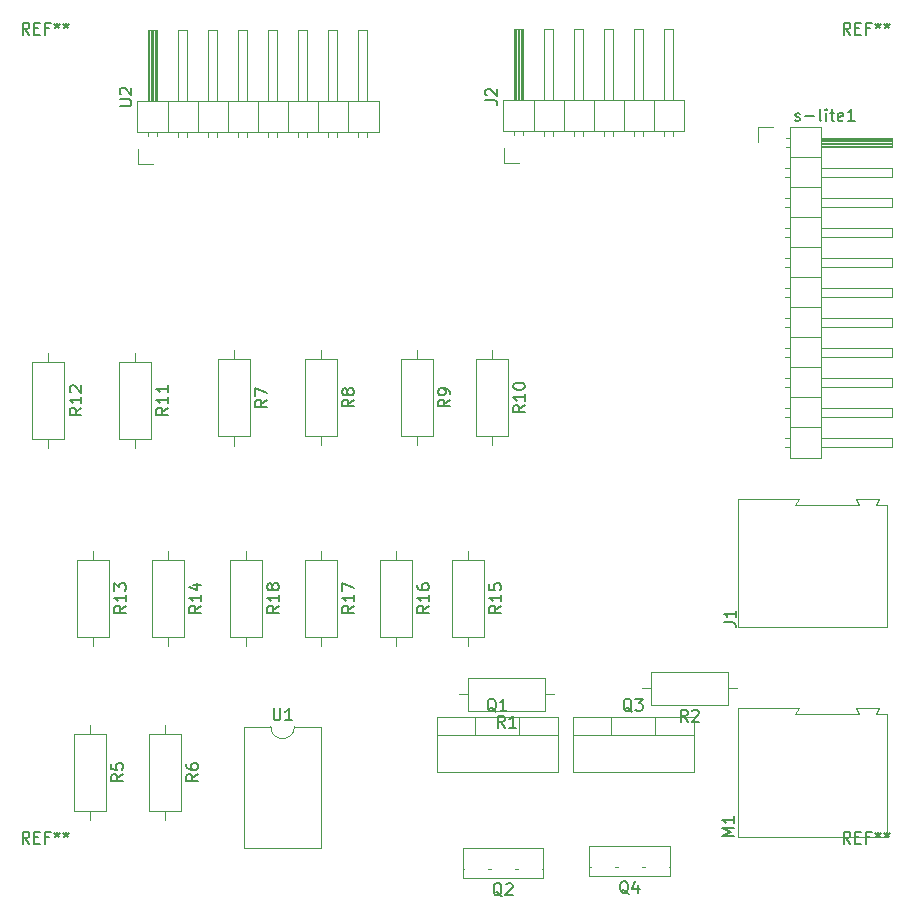
<source format=gbr>
%TF.GenerationSoftware,KiCad,Pcbnew,6.0.4*%
%TF.CreationDate,2022-04-27T14:32:22+02:00*%
%TF.ProjectId,Antenna-controller,416e7465-6e6e-4612-9d63-6f6e74726f6c,rev?*%
%TF.SameCoordinates,Original*%
%TF.FileFunction,Legend,Top*%
%TF.FilePolarity,Positive*%
%FSLAX46Y46*%
G04 Gerber Fmt 4.6, Leading zero omitted, Abs format (unit mm)*
G04 Created by KiCad (PCBNEW 6.0.4) date 2022-04-27 14:32:22*
%MOMM*%
%LPD*%
G01*
G04 APERTURE LIST*
%ADD10C,0.150000*%
%ADD11C,0.120000*%
G04 APERTURE END LIST*
D10*
%TO.C,R13*%
X131346380Y-95130857D02*
X130870190Y-95464190D01*
X131346380Y-95702285D02*
X130346380Y-95702285D01*
X130346380Y-95321333D01*
X130394000Y-95226095D01*
X130441619Y-95178476D01*
X130536857Y-95130857D01*
X130679714Y-95130857D01*
X130774952Y-95178476D01*
X130822571Y-95226095D01*
X130870190Y-95321333D01*
X130870190Y-95702285D01*
X131346380Y-94178476D02*
X131346380Y-94749904D01*
X131346380Y-94464190D02*
X130346380Y-94464190D01*
X130489238Y-94559428D01*
X130584476Y-94654666D01*
X130632095Y-94749904D01*
X130346380Y-93845142D02*
X130346380Y-93226095D01*
X130727333Y-93559428D01*
X130727333Y-93416571D01*
X130774952Y-93321333D01*
X130822571Y-93273714D01*
X130917809Y-93226095D01*
X131155904Y-93226095D01*
X131251142Y-93273714D01*
X131298761Y-93321333D01*
X131346380Y-93416571D01*
X131346380Y-93702285D01*
X131298761Y-93797523D01*
X131251142Y-93845142D01*
%TO.C,R11*%
X134902380Y-78366857D02*
X134426190Y-78700190D01*
X134902380Y-78938285D02*
X133902380Y-78938285D01*
X133902380Y-78557333D01*
X133950000Y-78462095D01*
X133997619Y-78414476D01*
X134092857Y-78366857D01*
X134235714Y-78366857D01*
X134330952Y-78414476D01*
X134378571Y-78462095D01*
X134426190Y-78557333D01*
X134426190Y-78938285D01*
X134902380Y-77414476D02*
X134902380Y-77985904D01*
X134902380Y-77700190D02*
X133902380Y-77700190D01*
X134045238Y-77795428D01*
X134140476Y-77890666D01*
X134188095Y-77985904D01*
X134902380Y-76462095D02*
X134902380Y-77033523D01*
X134902380Y-76747809D02*
X133902380Y-76747809D01*
X134045238Y-76843047D01*
X134140476Y-76938285D01*
X134188095Y-77033523D01*
%TO.C,Q4*%
X173890761Y-119523619D02*
X173795523Y-119476000D01*
X173700285Y-119380761D01*
X173557428Y-119237904D01*
X173462190Y-119190285D01*
X173366952Y-119190285D01*
X173414571Y-119428380D02*
X173319333Y-119380761D01*
X173224095Y-119285523D01*
X173176476Y-119095047D01*
X173176476Y-118761714D01*
X173224095Y-118571238D01*
X173319333Y-118476000D01*
X173414571Y-118428380D01*
X173605047Y-118428380D01*
X173700285Y-118476000D01*
X173795523Y-118571238D01*
X173843142Y-118761714D01*
X173843142Y-119095047D01*
X173795523Y-119285523D01*
X173700285Y-119380761D01*
X173605047Y-119428380D01*
X173414571Y-119428380D01*
X174700285Y-118761714D02*
X174700285Y-119428380D01*
X174462190Y-118380761D02*
X174224095Y-119095047D01*
X174843142Y-119095047D01*
%TO.C,Q3*%
X174180761Y-104093619D02*
X174085523Y-104046000D01*
X173990285Y-103950761D01*
X173847428Y-103807904D01*
X173752190Y-103760285D01*
X173656952Y-103760285D01*
X173704571Y-103998380D02*
X173609333Y-103950761D01*
X173514095Y-103855523D01*
X173466476Y-103665047D01*
X173466476Y-103331714D01*
X173514095Y-103141238D01*
X173609333Y-103046000D01*
X173704571Y-102998380D01*
X173895047Y-102998380D01*
X173990285Y-103046000D01*
X174085523Y-103141238D01*
X174133142Y-103331714D01*
X174133142Y-103665047D01*
X174085523Y-103855523D01*
X173990285Y-103950761D01*
X173895047Y-103998380D01*
X173704571Y-103998380D01*
X174466476Y-102998380D02*
X175085523Y-102998380D01*
X174752190Y-103379333D01*
X174895047Y-103379333D01*
X174990285Y-103426952D01*
X175037904Y-103474571D01*
X175085523Y-103569809D01*
X175085523Y-103807904D01*
X175037904Y-103903142D01*
X174990285Y-103950761D01*
X174895047Y-103998380D01*
X174609333Y-103998380D01*
X174514095Y-103950761D01*
X174466476Y-103903142D01*
%TO.C,Q2*%
X163180761Y-119708619D02*
X163085523Y-119661000D01*
X162990285Y-119565761D01*
X162847428Y-119422904D01*
X162752190Y-119375285D01*
X162656952Y-119375285D01*
X162704571Y-119613380D02*
X162609333Y-119565761D01*
X162514095Y-119470523D01*
X162466476Y-119280047D01*
X162466476Y-118946714D01*
X162514095Y-118756238D01*
X162609333Y-118661000D01*
X162704571Y-118613380D01*
X162895047Y-118613380D01*
X162990285Y-118661000D01*
X163085523Y-118756238D01*
X163133142Y-118946714D01*
X163133142Y-119280047D01*
X163085523Y-119470523D01*
X162990285Y-119565761D01*
X162895047Y-119613380D01*
X162704571Y-119613380D01*
X163514095Y-118708619D02*
X163561714Y-118661000D01*
X163656952Y-118613380D01*
X163895047Y-118613380D01*
X163990285Y-118661000D01*
X164037904Y-118708619D01*
X164085523Y-118803857D01*
X164085523Y-118899095D01*
X164037904Y-119041952D01*
X163466476Y-119613380D01*
X164085523Y-119613380D01*
%TO.C,Q1*%
X162680761Y-104093619D02*
X162585523Y-104046000D01*
X162490285Y-103950761D01*
X162347428Y-103807904D01*
X162252190Y-103760285D01*
X162156952Y-103760285D01*
X162204571Y-103998380D02*
X162109333Y-103950761D01*
X162014095Y-103855523D01*
X161966476Y-103665047D01*
X161966476Y-103331714D01*
X162014095Y-103141238D01*
X162109333Y-103046000D01*
X162204571Y-102998380D01*
X162395047Y-102998380D01*
X162490285Y-103046000D01*
X162585523Y-103141238D01*
X162633142Y-103331714D01*
X162633142Y-103665047D01*
X162585523Y-103855523D01*
X162490285Y-103950761D01*
X162395047Y-103998380D01*
X162204571Y-103998380D01*
X163585523Y-103998380D02*
X163014095Y-103998380D01*
X163299809Y-103998380D02*
X163299809Y-102998380D01*
X163204571Y-103141238D01*
X163109333Y-103236476D01*
X163014095Y-103284095D01*
%TO.C,R12*%
X127560380Y-78366857D02*
X127084190Y-78700190D01*
X127560380Y-78938285D02*
X126560380Y-78938285D01*
X126560380Y-78557333D01*
X126608000Y-78462095D01*
X126655619Y-78414476D01*
X126750857Y-78366857D01*
X126893714Y-78366857D01*
X126988952Y-78414476D01*
X127036571Y-78462095D01*
X127084190Y-78557333D01*
X127084190Y-78938285D01*
X127560380Y-77414476D02*
X127560380Y-77985904D01*
X127560380Y-77700190D02*
X126560380Y-77700190D01*
X126703238Y-77795428D01*
X126798476Y-77890666D01*
X126846095Y-77985904D01*
X126655619Y-77033523D02*
X126608000Y-76985904D01*
X126560380Y-76890666D01*
X126560380Y-76652571D01*
X126608000Y-76557333D01*
X126655619Y-76509714D01*
X126750857Y-76462095D01*
X126846095Y-76462095D01*
X126988952Y-76509714D01*
X127560380Y-77081142D01*
X127560380Y-76462095D01*
%TO.C,R15*%
X163096380Y-95130857D02*
X162620190Y-95464190D01*
X163096380Y-95702285D02*
X162096380Y-95702285D01*
X162096380Y-95321333D01*
X162144000Y-95226095D01*
X162191619Y-95178476D01*
X162286857Y-95130857D01*
X162429714Y-95130857D01*
X162524952Y-95178476D01*
X162572571Y-95226095D01*
X162620190Y-95321333D01*
X162620190Y-95702285D01*
X163096380Y-94178476D02*
X163096380Y-94749904D01*
X163096380Y-94464190D02*
X162096380Y-94464190D01*
X162239238Y-94559428D01*
X162334476Y-94654666D01*
X162382095Y-94749904D01*
X162096380Y-93273714D02*
X162096380Y-93749904D01*
X162572571Y-93797523D01*
X162524952Y-93749904D01*
X162477333Y-93654666D01*
X162477333Y-93416571D01*
X162524952Y-93321333D01*
X162572571Y-93273714D01*
X162667809Y-93226095D01*
X162905904Y-93226095D01*
X163001142Y-93273714D01*
X163048761Y-93321333D01*
X163096380Y-93416571D01*
X163096380Y-93654666D01*
X163048761Y-93749904D01*
X163001142Y-93797523D01*
%TO.C,U1*%
X143835595Y-103812380D02*
X143835595Y-104621904D01*
X143883214Y-104717142D01*
X143930833Y-104764761D01*
X144026071Y-104812380D01*
X144216547Y-104812380D01*
X144311785Y-104764761D01*
X144359404Y-104717142D01*
X144407023Y-104621904D01*
X144407023Y-103812380D01*
X145407023Y-104812380D02*
X144835595Y-104812380D01*
X145121309Y-104812380D02*
X145121309Y-103812380D01*
X145026071Y-103955238D01*
X144930833Y-104050476D01*
X144835595Y-104098095D01*
%TO.C,M1*%
X182840380Y-114601523D02*
X181840380Y-114601523D01*
X182554666Y-114268190D01*
X181840380Y-113934857D01*
X182840380Y-113934857D01*
X182840380Y-112934857D02*
X182840380Y-113506285D01*
X182840380Y-113220571D02*
X181840380Y-113220571D01*
X181983238Y-113315809D01*
X182078476Y-113411047D01*
X182126095Y-113506285D01*
%TO.C,REF\u002A\u002A*%
X123166666Y-46752380D02*
X122833333Y-46276190D01*
X122595238Y-46752380D02*
X122595238Y-45752380D01*
X122976190Y-45752380D01*
X123071428Y-45800000D01*
X123119047Y-45847619D01*
X123166666Y-45942857D01*
X123166666Y-46085714D01*
X123119047Y-46180952D01*
X123071428Y-46228571D01*
X122976190Y-46276190D01*
X122595238Y-46276190D01*
X123595238Y-46228571D02*
X123928571Y-46228571D01*
X124071428Y-46752380D02*
X123595238Y-46752380D01*
X123595238Y-45752380D01*
X124071428Y-45752380D01*
X124833333Y-46228571D02*
X124500000Y-46228571D01*
X124500000Y-46752380D02*
X124500000Y-45752380D01*
X124976190Y-45752380D01*
X125500000Y-45752380D02*
X125500000Y-45990476D01*
X125261904Y-45895238D02*
X125500000Y-45990476D01*
X125738095Y-45895238D01*
X125357142Y-46180952D02*
X125500000Y-45990476D01*
X125642857Y-46180952D01*
X126261904Y-45752380D02*
X126261904Y-45990476D01*
X126023809Y-45895238D02*
X126261904Y-45990476D01*
X126500000Y-45895238D01*
X126119047Y-46180952D02*
X126261904Y-45990476D01*
X126404761Y-46180952D01*
%TO.C,s-lite1*%
X187986190Y-54014761D02*
X188081428Y-54062380D01*
X188271904Y-54062380D01*
X188367142Y-54014761D01*
X188414761Y-53919523D01*
X188414761Y-53871904D01*
X188367142Y-53776666D01*
X188271904Y-53729047D01*
X188129047Y-53729047D01*
X188033809Y-53681428D01*
X187986190Y-53586190D01*
X187986190Y-53538571D01*
X188033809Y-53443333D01*
X188129047Y-53395714D01*
X188271904Y-53395714D01*
X188367142Y-53443333D01*
X188843333Y-53681428D02*
X189605238Y-53681428D01*
X190224285Y-54062380D02*
X190129047Y-54014761D01*
X190081428Y-53919523D01*
X190081428Y-53062380D01*
X190605238Y-54062380D02*
X190605238Y-53395714D01*
X190605238Y-53062380D02*
X190557619Y-53110000D01*
X190605238Y-53157619D01*
X190652857Y-53110000D01*
X190605238Y-53062380D01*
X190605238Y-53157619D01*
X190938571Y-53395714D02*
X191319523Y-53395714D01*
X191081428Y-53062380D02*
X191081428Y-53919523D01*
X191129047Y-54014761D01*
X191224285Y-54062380D01*
X191319523Y-54062380D01*
X192033809Y-54014761D02*
X191938571Y-54062380D01*
X191748095Y-54062380D01*
X191652857Y-54014761D01*
X191605238Y-53919523D01*
X191605238Y-53538571D01*
X191652857Y-53443333D01*
X191748095Y-53395714D01*
X191938571Y-53395714D01*
X192033809Y-53443333D01*
X192081428Y-53538571D01*
X192081428Y-53633809D01*
X191605238Y-53729047D01*
X193033809Y-54062380D02*
X192462380Y-54062380D01*
X192748095Y-54062380D02*
X192748095Y-53062380D01*
X192652857Y-53205238D01*
X192557619Y-53300476D01*
X192462380Y-53348095D01*
%TO.C,R17*%
X150650380Y-95130857D02*
X150174190Y-95464190D01*
X150650380Y-95702285D02*
X149650380Y-95702285D01*
X149650380Y-95321333D01*
X149698000Y-95226095D01*
X149745619Y-95178476D01*
X149840857Y-95130857D01*
X149983714Y-95130857D01*
X150078952Y-95178476D01*
X150126571Y-95226095D01*
X150174190Y-95321333D01*
X150174190Y-95702285D01*
X150650380Y-94178476D02*
X150650380Y-94749904D01*
X150650380Y-94464190D02*
X149650380Y-94464190D01*
X149793238Y-94559428D01*
X149888476Y-94654666D01*
X149936095Y-94749904D01*
X149650380Y-93845142D02*
X149650380Y-93178476D01*
X150650380Y-93607047D01*
%TO.C,R1*%
X163409333Y-105438380D02*
X163076000Y-104962190D01*
X162837904Y-105438380D02*
X162837904Y-104438380D01*
X163218857Y-104438380D01*
X163314095Y-104486000D01*
X163361714Y-104533619D01*
X163409333Y-104628857D01*
X163409333Y-104771714D01*
X163361714Y-104866952D01*
X163314095Y-104914571D01*
X163218857Y-104962190D01*
X162837904Y-104962190D01*
X164361714Y-105438380D02*
X163790285Y-105438380D01*
X164076000Y-105438380D02*
X164076000Y-104438380D01*
X163980761Y-104581238D01*
X163885523Y-104676476D01*
X163790285Y-104724095D01*
%TO.C,U2*%
X130801380Y-52821904D02*
X131610904Y-52821904D01*
X131706142Y-52774285D01*
X131753761Y-52726666D01*
X131801380Y-52631428D01*
X131801380Y-52440952D01*
X131753761Y-52345714D01*
X131706142Y-52298095D01*
X131610904Y-52250476D01*
X130801380Y-52250476D01*
X130896619Y-51821904D02*
X130849000Y-51774285D01*
X130801380Y-51679047D01*
X130801380Y-51440952D01*
X130849000Y-51345714D01*
X130896619Y-51298095D01*
X130991857Y-51250476D01*
X131087095Y-51250476D01*
X131229952Y-51298095D01*
X131801380Y-51869523D01*
X131801380Y-51250476D01*
%TO.C,R16*%
X157000380Y-95130857D02*
X156524190Y-95464190D01*
X157000380Y-95702285D02*
X156000380Y-95702285D01*
X156000380Y-95321333D01*
X156048000Y-95226095D01*
X156095619Y-95178476D01*
X156190857Y-95130857D01*
X156333714Y-95130857D01*
X156428952Y-95178476D01*
X156476571Y-95226095D01*
X156524190Y-95321333D01*
X156524190Y-95702285D01*
X157000380Y-94178476D02*
X157000380Y-94749904D01*
X157000380Y-94464190D02*
X156000380Y-94464190D01*
X156143238Y-94559428D01*
X156238476Y-94654666D01*
X156286095Y-94749904D01*
X156000380Y-93321333D02*
X156000380Y-93511809D01*
X156048000Y-93607047D01*
X156095619Y-93654666D01*
X156238476Y-93749904D01*
X156428952Y-93797523D01*
X156809904Y-93797523D01*
X156905142Y-93749904D01*
X156952761Y-93702285D01*
X157000380Y-93607047D01*
X157000380Y-93416571D01*
X156952761Y-93321333D01*
X156905142Y-93273714D01*
X156809904Y-93226095D01*
X156571809Y-93226095D01*
X156476571Y-93273714D01*
X156428952Y-93321333D01*
X156381333Y-93416571D01*
X156381333Y-93607047D01*
X156428952Y-93702285D01*
X156476571Y-93749904D01*
X156571809Y-93797523D01*
%TO.C,REF\u002A\u002A*%
X123166666Y-115252380D02*
X122833333Y-114776190D01*
X122595238Y-115252380D02*
X122595238Y-114252380D01*
X122976190Y-114252380D01*
X123071428Y-114300000D01*
X123119047Y-114347619D01*
X123166666Y-114442857D01*
X123166666Y-114585714D01*
X123119047Y-114680952D01*
X123071428Y-114728571D01*
X122976190Y-114776190D01*
X122595238Y-114776190D01*
X123595238Y-114728571D02*
X123928571Y-114728571D01*
X124071428Y-115252380D02*
X123595238Y-115252380D01*
X123595238Y-114252380D01*
X124071428Y-114252380D01*
X124833333Y-114728571D02*
X124500000Y-114728571D01*
X124500000Y-115252380D02*
X124500000Y-114252380D01*
X124976190Y-114252380D01*
X125500000Y-114252380D02*
X125500000Y-114490476D01*
X125261904Y-114395238D02*
X125500000Y-114490476D01*
X125738095Y-114395238D01*
X125357142Y-114680952D02*
X125500000Y-114490476D01*
X125642857Y-114680952D01*
X126261904Y-114252380D02*
X126261904Y-114490476D01*
X126023809Y-114395238D02*
X126261904Y-114490476D01*
X126500000Y-114395238D01*
X126119047Y-114680952D02*
X126261904Y-114490476D01*
X126404761Y-114680952D01*
%TO.C,R10*%
X165128380Y-78142368D02*
X164652190Y-78475701D01*
X165128380Y-78713796D02*
X164128380Y-78713796D01*
X164128380Y-78332844D01*
X164176000Y-78237606D01*
X164223619Y-78189987D01*
X164318857Y-78142368D01*
X164461714Y-78142368D01*
X164556952Y-78189987D01*
X164604571Y-78237606D01*
X164652190Y-78332844D01*
X164652190Y-78713796D01*
X165128380Y-77189987D02*
X165128380Y-77761415D01*
X165128380Y-77475701D02*
X164128380Y-77475701D01*
X164271238Y-77570939D01*
X164366476Y-77666177D01*
X164414095Y-77761415D01*
X164128380Y-76570939D02*
X164128380Y-76475701D01*
X164176000Y-76380463D01*
X164223619Y-76332844D01*
X164318857Y-76285225D01*
X164509333Y-76237606D01*
X164747428Y-76237606D01*
X164937904Y-76285225D01*
X165033142Y-76332844D01*
X165080761Y-76380463D01*
X165128380Y-76475701D01*
X165128380Y-76570939D01*
X165080761Y-76666177D01*
X165033142Y-76713796D01*
X164937904Y-76761415D01*
X164747428Y-76809034D01*
X164509333Y-76809034D01*
X164318857Y-76761415D01*
X164223619Y-76713796D01*
X164176000Y-76666177D01*
X164128380Y-76570939D01*
%TO.C,R14*%
X137696380Y-95130857D02*
X137220190Y-95464190D01*
X137696380Y-95702285D02*
X136696380Y-95702285D01*
X136696380Y-95321333D01*
X136744000Y-95226095D01*
X136791619Y-95178476D01*
X136886857Y-95130857D01*
X137029714Y-95130857D01*
X137124952Y-95178476D01*
X137172571Y-95226095D01*
X137220190Y-95321333D01*
X137220190Y-95702285D01*
X137696380Y-94178476D02*
X137696380Y-94749904D01*
X137696380Y-94464190D02*
X136696380Y-94464190D01*
X136839238Y-94559428D01*
X136934476Y-94654666D01*
X136982095Y-94749904D01*
X137029714Y-93321333D02*
X137696380Y-93321333D01*
X136648761Y-93559428D02*
X137363047Y-93797523D01*
X137363047Y-93178476D01*
%TO.C,R5*%
X131092380Y-109386666D02*
X130616190Y-109720000D01*
X131092380Y-109958095D02*
X130092380Y-109958095D01*
X130092380Y-109577142D01*
X130140000Y-109481904D01*
X130187619Y-109434285D01*
X130282857Y-109386666D01*
X130425714Y-109386666D01*
X130520952Y-109434285D01*
X130568571Y-109481904D01*
X130616190Y-109577142D01*
X130616190Y-109958095D01*
X130092380Y-108481904D02*
X130092380Y-108958095D01*
X130568571Y-109005714D01*
X130520952Y-108958095D01*
X130473333Y-108862857D01*
X130473333Y-108624761D01*
X130520952Y-108529523D01*
X130568571Y-108481904D01*
X130663809Y-108434285D01*
X130901904Y-108434285D01*
X130997142Y-108481904D01*
X131044761Y-108529523D01*
X131092380Y-108624761D01*
X131092380Y-108862857D01*
X131044761Y-108958095D01*
X130997142Y-109005714D01*
%TO.C,REF\u002A\u002A*%
X192666666Y-46752380D02*
X192333333Y-46276190D01*
X192095238Y-46752380D02*
X192095238Y-45752380D01*
X192476190Y-45752380D01*
X192571428Y-45800000D01*
X192619047Y-45847619D01*
X192666666Y-45942857D01*
X192666666Y-46085714D01*
X192619047Y-46180952D01*
X192571428Y-46228571D01*
X192476190Y-46276190D01*
X192095238Y-46276190D01*
X193095238Y-46228571D02*
X193428571Y-46228571D01*
X193571428Y-46752380D02*
X193095238Y-46752380D01*
X193095238Y-45752380D01*
X193571428Y-45752380D01*
X194333333Y-46228571D02*
X194000000Y-46228571D01*
X194000000Y-46752380D02*
X194000000Y-45752380D01*
X194476190Y-45752380D01*
X195000000Y-45752380D02*
X195000000Y-45990476D01*
X194761904Y-45895238D02*
X195000000Y-45990476D01*
X195238095Y-45895238D01*
X194857142Y-46180952D02*
X195000000Y-45990476D01*
X195142857Y-46180952D01*
X195761904Y-45752380D02*
X195761904Y-45990476D01*
X195523809Y-45895238D02*
X195761904Y-45990476D01*
X196000000Y-45895238D01*
X195619047Y-46180952D02*
X195761904Y-45990476D01*
X195904761Y-46180952D01*
%TO.C,R2*%
X178903333Y-104930380D02*
X178570000Y-104454190D01*
X178331904Y-104930380D02*
X178331904Y-103930380D01*
X178712857Y-103930380D01*
X178808095Y-103978000D01*
X178855714Y-104025619D01*
X178903333Y-104120857D01*
X178903333Y-104263714D01*
X178855714Y-104358952D01*
X178808095Y-104406571D01*
X178712857Y-104454190D01*
X178331904Y-104454190D01*
X179284285Y-104025619D02*
X179331904Y-103978000D01*
X179427142Y-103930380D01*
X179665238Y-103930380D01*
X179760476Y-103978000D01*
X179808095Y-104025619D01*
X179855714Y-104120857D01*
X179855714Y-104216095D01*
X179808095Y-104358952D01*
X179236666Y-104930380D01*
X179855714Y-104930380D01*
%TO.C,R8*%
X150650380Y-77666177D02*
X150174190Y-77999511D01*
X150650380Y-78237606D02*
X149650380Y-78237606D01*
X149650380Y-77856653D01*
X149698000Y-77761415D01*
X149745619Y-77713796D01*
X149840857Y-77666177D01*
X149983714Y-77666177D01*
X150078952Y-77713796D01*
X150126571Y-77761415D01*
X150174190Y-77856653D01*
X150174190Y-78237606D01*
X150078952Y-77094749D02*
X150031333Y-77189987D01*
X149983714Y-77237606D01*
X149888476Y-77285225D01*
X149840857Y-77285225D01*
X149745619Y-77237606D01*
X149698000Y-77189987D01*
X149650380Y-77094749D01*
X149650380Y-76904272D01*
X149698000Y-76809034D01*
X149745619Y-76761415D01*
X149840857Y-76713796D01*
X149888476Y-76713796D01*
X149983714Y-76761415D01*
X150031333Y-76809034D01*
X150078952Y-76904272D01*
X150078952Y-77094749D01*
X150126571Y-77189987D01*
X150174190Y-77237606D01*
X150269428Y-77285225D01*
X150459904Y-77285225D01*
X150555142Y-77237606D01*
X150602761Y-77189987D01*
X150650380Y-77094749D01*
X150650380Y-76904272D01*
X150602761Y-76809034D01*
X150555142Y-76761415D01*
X150459904Y-76713796D01*
X150269428Y-76713796D01*
X150174190Y-76761415D01*
X150126571Y-76809034D01*
X150078952Y-76904272D01*
%TO.C,J2*%
X161774380Y-52336333D02*
X162488666Y-52336333D01*
X162631523Y-52383952D01*
X162726761Y-52479190D01*
X162774380Y-52622047D01*
X162774380Y-52717285D01*
X161869619Y-51907761D02*
X161822000Y-51860142D01*
X161774380Y-51764904D01*
X161774380Y-51526809D01*
X161822000Y-51431571D01*
X161869619Y-51383952D01*
X161964857Y-51336333D01*
X162060095Y-51336333D01*
X162202952Y-51383952D01*
X162774380Y-51955380D01*
X162774380Y-51336333D01*
%TO.C,R7*%
X143287137Y-77681666D02*
X142810947Y-78015000D01*
X143287137Y-78253095D02*
X142287137Y-78253095D01*
X142287137Y-77872142D01*
X142334757Y-77776904D01*
X142382376Y-77729285D01*
X142477614Y-77681666D01*
X142620471Y-77681666D01*
X142715709Y-77729285D01*
X142763328Y-77776904D01*
X142810947Y-77872142D01*
X142810947Y-78253095D01*
X142287137Y-77348333D02*
X142287137Y-76681666D01*
X143287137Y-77110238D01*
%TO.C,R18*%
X144300380Y-95130857D02*
X143824190Y-95464190D01*
X144300380Y-95702285D02*
X143300380Y-95702285D01*
X143300380Y-95321333D01*
X143348000Y-95226095D01*
X143395619Y-95178476D01*
X143490857Y-95130857D01*
X143633714Y-95130857D01*
X143728952Y-95178476D01*
X143776571Y-95226095D01*
X143824190Y-95321333D01*
X143824190Y-95702285D01*
X144300380Y-94178476D02*
X144300380Y-94749904D01*
X144300380Y-94464190D02*
X143300380Y-94464190D01*
X143443238Y-94559428D01*
X143538476Y-94654666D01*
X143586095Y-94749904D01*
X143728952Y-93607047D02*
X143681333Y-93702285D01*
X143633714Y-93749904D01*
X143538476Y-93797523D01*
X143490857Y-93797523D01*
X143395619Y-93749904D01*
X143348000Y-93702285D01*
X143300380Y-93607047D01*
X143300380Y-93416571D01*
X143348000Y-93321333D01*
X143395619Y-93273714D01*
X143490857Y-93226095D01*
X143538476Y-93226095D01*
X143633714Y-93273714D01*
X143681333Y-93321333D01*
X143728952Y-93416571D01*
X143728952Y-93607047D01*
X143776571Y-93702285D01*
X143824190Y-93749904D01*
X143919428Y-93797523D01*
X144109904Y-93797523D01*
X144205142Y-93749904D01*
X144252761Y-93702285D01*
X144300380Y-93607047D01*
X144300380Y-93416571D01*
X144252761Y-93321333D01*
X144205142Y-93273714D01*
X144109904Y-93226095D01*
X143919428Y-93226095D01*
X143824190Y-93273714D01*
X143776571Y-93321333D01*
X143728952Y-93416571D01*
%TO.C,REF\u002A\u002A*%
X192666666Y-115252380D02*
X192333333Y-114776190D01*
X192095238Y-115252380D02*
X192095238Y-114252380D01*
X192476190Y-114252380D01*
X192571428Y-114300000D01*
X192619047Y-114347619D01*
X192666666Y-114442857D01*
X192666666Y-114585714D01*
X192619047Y-114680952D01*
X192571428Y-114728571D01*
X192476190Y-114776190D01*
X192095238Y-114776190D01*
X193095238Y-114728571D02*
X193428571Y-114728571D01*
X193571428Y-115252380D02*
X193095238Y-115252380D01*
X193095238Y-114252380D01*
X193571428Y-114252380D01*
X194333333Y-114728571D02*
X194000000Y-114728571D01*
X194000000Y-115252380D02*
X194000000Y-114252380D01*
X194476190Y-114252380D01*
X195000000Y-114252380D02*
X195000000Y-114490476D01*
X194761904Y-114395238D02*
X195000000Y-114490476D01*
X195238095Y-114395238D01*
X194857142Y-114680952D02*
X195000000Y-114490476D01*
X195142857Y-114680952D01*
X195761904Y-114252380D02*
X195761904Y-114490476D01*
X195523809Y-114395238D02*
X195761904Y-114490476D01*
X196000000Y-114395238D01*
X195619047Y-114680952D02*
X195761904Y-114490476D01*
X195904761Y-114680952D01*
%TO.C,R9*%
X158778380Y-77666177D02*
X158302190Y-77999511D01*
X158778380Y-78237606D02*
X157778380Y-78237606D01*
X157778380Y-77856653D01*
X157826000Y-77761415D01*
X157873619Y-77713796D01*
X157968857Y-77666177D01*
X158111714Y-77666177D01*
X158206952Y-77713796D01*
X158254571Y-77761415D01*
X158302190Y-77856653D01*
X158302190Y-78237606D01*
X158778380Y-77189987D02*
X158778380Y-76999511D01*
X158730761Y-76904272D01*
X158683142Y-76856653D01*
X158540285Y-76761415D01*
X158349809Y-76713796D01*
X157968857Y-76713796D01*
X157873619Y-76761415D01*
X157826000Y-76809034D01*
X157778380Y-76904272D01*
X157778380Y-77094749D01*
X157826000Y-77189987D01*
X157873619Y-77237606D01*
X157968857Y-77285225D01*
X158206952Y-77285225D01*
X158302190Y-77237606D01*
X158349809Y-77189987D01*
X158397428Y-77094749D01*
X158397428Y-76904272D01*
X158349809Y-76809034D01*
X158302190Y-76761415D01*
X158206952Y-76713796D01*
%TO.C,J1*%
X181962380Y-96518333D02*
X182676666Y-96518333D01*
X182819523Y-96565952D01*
X182914761Y-96661190D01*
X182962380Y-96804047D01*
X182962380Y-96899285D01*
X182962380Y-95518333D02*
X182962380Y-96089761D01*
X182962380Y-95804047D02*
X181962380Y-95804047D01*
X182105238Y-95899285D01*
X182200476Y-95994523D01*
X182248095Y-96089761D01*
%TO.C,R6*%
X137442380Y-109386666D02*
X136966190Y-109720000D01*
X137442380Y-109958095D02*
X136442380Y-109958095D01*
X136442380Y-109577142D01*
X136490000Y-109481904D01*
X136537619Y-109434285D01*
X136632857Y-109386666D01*
X136775714Y-109386666D01*
X136870952Y-109434285D01*
X136918571Y-109481904D01*
X136966190Y-109577142D01*
X136966190Y-109958095D01*
X136442380Y-108529523D02*
X136442380Y-108720000D01*
X136490000Y-108815238D01*
X136537619Y-108862857D01*
X136680476Y-108958095D01*
X136870952Y-109005714D01*
X137251904Y-109005714D01*
X137347142Y-108958095D01*
X137394761Y-108910476D01*
X137442380Y-108815238D01*
X137442380Y-108624761D01*
X137394761Y-108529523D01*
X137347142Y-108481904D01*
X137251904Y-108434285D01*
X137013809Y-108434285D01*
X136918571Y-108481904D01*
X136870952Y-108529523D01*
X136823333Y-108624761D01*
X136823333Y-108815238D01*
X136870952Y-108910476D01*
X136918571Y-108958095D01*
X137013809Y-109005714D01*
D11*
%TO.C,R13*%
X127154000Y-91218000D02*
X127154000Y-97758000D01*
X128524000Y-98528000D02*
X128524000Y-97758000D01*
X127154000Y-97758000D02*
X129894000Y-97758000D01*
X129894000Y-91218000D02*
X127154000Y-91218000D01*
X128524000Y-90448000D02*
X128524000Y-91218000D01*
X129894000Y-97758000D02*
X129894000Y-91218000D01*
%TO.C,R11*%
X133450000Y-80994000D02*
X133450000Y-74454000D01*
X130710000Y-80994000D02*
X133450000Y-80994000D01*
X133450000Y-74454000D02*
X130710000Y-74454000D01*
X130710000Y-74454000D02*
X130710000Y-80994000D01*
X132080000Y-81764000D02*
X132080000Y-80994000D01*
X132080000Y-73684000D02*
X132080000Y-74454000D01*
%TO.C,Q4*%
X175267000Y-117237000D02*
X174994000Y-117237000D01*
X172977000Y-117237000D02*
X172704000Y-117237000D01*
X177396000Y-117976000D02*
X177396000Y-115436000D01*
X170576000Y-117976000D02*
X170576000Y-115436000D01*
X177396000Y-117237000D02*
X177285000Y-117237000D01*
X177396000Y-115436000D02*
X170576000Y-115436000D01*
X177396000Y-117976000D02*
X170576000Y-117976000D01*
X170687000Y-117237000D02*
X170576000Y-117237000D01*
%TO.C,Q3*%
X169156000Y-104546000D02*
X179396000Y-104546000D01*
X172426000Y-104546000D02*
X172426000Y-106056000D01*
X176127000Y-104546000D02*
X176127000Y-106056000D01*
X169156000Y-104546000D02*
X169156000Y-109187000D01*
X169156000Y-109187000D02*
X179396000Y-109187000D01*
X179396000Y-104546000D02*
X179396000Y-109187000D01*
X169156000Y-106056000D02*
X179396000Y-106056000D01*
%TO.C,Q2*%
X164557000Y-117422000D02*
X164284000Y-117422000D01*
X162267000Y-117422000D02*
X161994000Y-117422000D01*
X166686000Y-118161000D02*
X166686000Y-115621000D01*
X159866000Y-118161000D02*
X159866000Y-115621000D01*
X166686000Y-117422000D02*
X166575000Y-117422000D01*
X166686000Y-115621000D02*
X159866000Y-115621000D01*
X166686000Y-118161000D02*
X159866000Y-118161000D01*
X159977000Y-117422000D02*
X159866000Y-117422000D01*
%TO.C,Q1*%
X157656000Y-104546000D02*
X167896000Y-104546000D01*
X160926000Y-104546000D02*
X160926000Y-106056000D01*
X164627000Y-104546000D02*
X164627000Y-106056000D01*
X157656000Y-104546000D02*
X157656000Y-109187000D01*
X157656000Y-109187000D02*
X167896000Y-109187000D01*
X167896000Y-104546000D02*
X167896000Y-109187000D01*
X157656000Y-106056000D02*
X167896000Y-106056000D01*
%TO.C,R12*%
X123368000Y-80994000D02*
X126108000Y-80994000D01*
X126108000Y-80994000D02*
X126108000Y-74454000D01*
X123368000Y-74454000D02*
X123368000Y-80994000D01*
X126108000Y-74454000D02*
X123368000Y-74454000D01*
X124738000Y-73684000D02*
X124738000Y-74454000D01*
X124738000Y-81764000D02*
X124738000Y-80994000D01*
%TO.C,R15*%
X158904000Y-97758000D02*
X161644000Y-97758000D01*
X161644000Y-91218000D02*
X158904000Y-91218000D01*
X160274000Y-90448000D02*
X160274000Y-91218000D01*
X158904000Y-91218000D02*
X158904000Y-97758000D01*
X160274000Y-98528000D02*
X160274000Y-97758000D01*
X161644000Y-97758000D02*
X161644000Y-91218000D01*
%TO.C,U1*%
X141362500Y-115640000D02*
X147832500Y-115640000D01*
X141362500Y-105360000D02*
X141362500Y-115640000D01*
X147832500Y-105360000D02*
X145597500Y-105360000D01*
X147832500Y-115640000D02*
X147832500Y-105360000D01*
X143597500Y-105360000D02*
X141362500Y-105360000D01*
X143597500Y-105360000D02*
G75*
G03*
X145597500Y-105360000I1000000J0D01*
G01*
%TO.C,M1*%
X183200000Y-103814000D02*
X183200000Y-114664000D01*
X188000000Y-104314000D02*
X188300000Y-103814000D01*
X195100000Y-103814000D02*
X193200000Y-103814000D01*
X195800000Y-114664000D02*
X195800000Y-104314000D01*
X194850000Y-104314000D02*
X195100000Y-103814000D01*
X193150000Y-103814000D02*
X193400000Y-104314000D01*
X193200000Y-103814000D02*
X193150000Y-103814000D01*
X193400000Y-104314000D02*
X188000000Y-104314000D01*
X188300000Y-103814000D02*
X183200000Y-103814000D01*
X183200000Y-114664000D02*
X195800000Y-114664000D01*
X195800000Y-104314000D02*
X194850000Y-104314000D01*
%TO.C,s-lite1*%
X187167929Y-58040000D02*
X187565000Y-58040000D01*
X190225000Y-70740000D02*
X196225000Y-70740000D01*
X196225000Y-74040000D02*
X190225000Y-74040000D01*
X187565000Y-77470000D02*
X190225000Y-77470000D01*
X187167929Y-60580000D02*
X187565000Y-60580000D01*
X190225000Y-54550000D02*
X187565000Y-54550000D01*
X190225000Y-55500000D02*
X196225000Y-55500000D01*
X190225000Y-55800000D02*
X196225000Y-55800000D01*
X190225000Y-55560000D02*
X196225000Y-55560000D01*
X187565000Y-54550000D02*
X187565000Y-82610000D01*
X190225000Y-73280000D02*
X196225000Y-73280000D01*
X187565000Y-74930000D02*
X190225000Y-74930000D01*
X187167929Y-68200000D02*
X187565000Y-68200000D01*
X190225000Y-65660000D02*
X196225000Y-65660000D01*
X190225000Y-78360000D02*
X196225000Y-78360000D01*
X196225000Y-68200000D02*
X196225000Y-68960000D01*
X187565000Y-72390000D02*
X190225000Y-72390000D01*
X196225000Y-71500000D02*
X190225000Y-71500000D01*
X187167929Y-68960000D02*
X187565000Y-68960000D01*
X190225000Y-63120000D02*
X196225000Y-63120000D01*
X196225000Y-79120000D02*
X190225000Y-79120000D01*
X196225000Y-78360000D02*
X196225000Y-79120000D01*
X196225000Y-73280000D02*
X196225000Y-74040000D01*
X190225000Y-75820000D02*
X196225000Y-75820000D01*
X190225000Y-55920000D02*
X196225000Y-55920000D01*
X184855000Y-54610000D02*
X186125000Y-54610000D01*
X187167929Y-66420000D02*
X187565000Y-66420000D01*
X187235000Y-56260000D02*
X187565000Y-56260000D01*
X196225000Y-56260000D02*
X190225000Y-56260000D01*
X187167929Y-65660000D02*
X187565000Y-65660000D01*
X196225000Y-60580000D02*
X196225000Y-61340000D01*
X196225000Y-68960000D02*
X190225000Y-68960000D01*
X190225000Y-82610000D02*
X190225000Y-54550000D01*
X190225000Y-68200000D02*
X196225000Y-68200000D01*
X196225000Y-63120000D02*
X196225000Y-63880000D01*
X196225000Y-81660000D02*
X190225000Y-81660000D01*
X187565000Y-62230000D02*
X190225000Y-62230000D01*
X196225000Y-55500000D02*
X196225000Y-56260000D01*
X187167929Y-61340000D02*
X187565000Y-61340000D01*
X196225000Y-58800000D02*
X190225000Y-58800000D01*
X196225000Y-58040000D02*
X196225000Y-58800000D01*
X190225000Y-60580000D02*
X196225000Y-60580000D01*
X187167929Y-80900000D02*
X187565000Y-80900000D01*
X187167929Y-79120000D02*
X187565000Y-79120000D01*
X187167929Y-63880000D02*
X187565000Y-63880000D01*
X187565000Y-64770000D02*
X190225000Y-64770000D01*
X187565000Y-80010000D02*
X190225000Y-80010000D01*
X190225000Y-56160000D02*
X196225000Y-56160000D01*
X187167929Y-58800000D02*
X187565000Y-58800000D01*
X187167929Y-63120000D02*
X187565000Y-63120000D01*
X187565000Y-82610000D02*
X190225000Y-82610000D01*
X187235000Y-55500000D02*
X187565000Y-55500000D01*
X187167929Y-78360000D02*
X187565000Y-78360000D01*
X196225000Y-76580000D02*
X190225000Y-76580000D01*
X196225000Y-63880000D02*
X190225000Y-63880000D01*
X187167929Y-73280000D02*
X187565000Y-73280000D01*
X190225000Y-55680000D02*
X196225000Y-55680000D01*
X187167929Y-75820000D02*
X187565000Y-75820000D01*
X187167929Y-70740000D02*
X187565000Y-70740000D01*
X187167929Y-81660000D02*
X187565000Y-81660000D01*
X196225000Y-65660000D02*
X196225000Y-66420000D01*
X196225000Y-61340000D02*
X190225000Y-61340000D01*
X190225000Y-80900000D02*
X196225000Y-80900000D01*
X187565000Y-57150000D02*
X190225000Y-57150000D01*
X184855000Y-55880000D02*
X184855000Y-54610000D01*
X196225000Y-66420000D02*
X190225000Y-66420000D01*
X196225000Y-70740000D02*
X196225000Y-71500000D01*
X187167929Y-76580000D02*
X187565000Y-76580000D01*
X187565000Y-69850000D02*
X190225000Y-69850000D01*
X187565000Y-59690000D02*
X190225000Y-59690000D01*
X196225000Y-80900000D02*
X196225000Y-81660000D01*
X187167929Y-71500000D02*
X187565000Y-71500000D01*
X190225000Y-56040000D02*
X196225000Y-56040000D01*
X187167929Y-74040000D02*
X187565000Y-74040000D01*
X190225000Y-58040000D02*
X196225000Y-58040000D01*
X187565000Y-67310000D02*
X190225000Y-67310000D01*
X196225000Y-75820000D02*
X196225000Y-76580000D01*
%TO.C,R17*%
X147828000Y-90448000D02*
X147828000Y-91218000D01*
X149198000Y-91218000D02*
X146458000Y-91218000D01*
X147828000Y-98528000D02*
X147828000Y-97758000D01*
X146458000Y-97758000D02*
X149198000Y-97758000D01*
X149198000Y-97758000D02*
X149198000Y-91218000D01*
X146458000Y-91218000D02*
X146458000Y-97758000D01*
%TO.C,R1*%
X159536000Y-102616000D02*
X160306000Y-102616000D01*
X160306000Y-103986000D02*
X166846000Y-103986000D01*
X166846000Y-101246000D02*
X160306000Y-101246000D01*
X160306000Y-101246000D02*
X160306000Y-103986000D01*
X166846000Y-103986000D02*
X166846000Y-101246000D01*
X167616000Y-102616000D02*
X166846000Y-102616000D01*
%TO.C,U2*%
X135779000Y-46345000D02*
X136539000Y-46345000D01*
X149239000Y-46345000D02*
X149239000Y-52345000D01*
X146699000Y-46345000D02*
X146699000Y-52345000D01*
X133779000Y-52345000D02*
X133779000Y-46345000D01*
X138319000Y-46345000D02*
X139079000Y-46345000D01*
X140859000Y-46345000D02*
X141619000Y-46345000D01*
X136539000Y-46345000D02*
X136539000Y-52345000D01*
X145939000Y-55402071D02*
X145939000Y-55005000D01*
X149239000Y-55402071D02*
X149239000Y-55005000D01*
X133899000Y-52345000D02*
X133899000Y-46345000D01*
X143399000Y-52345000D02*
X143399000Y-46345000D01*
X139969000Y-55005000D02*
X139969000Y-52345000D01*
X133239000Y-46345000D02*
X133999000Y-46345000D01*
X134889000Y-55005000D02*
X134889000Y-52345000D01*
X138319000Y-52345000D02*
X138319000Y-46345000D01*
X133239000Y-52345000D02*
X133239000Y-46345000D01*
X152729000Y-52345000D02*
X132289000Y-52345000D01*
X148479000Y-55402071D02*
X148479000Y-55005000D01*
X151779000Y-55402071D02*
X151779000Y-55005000D01*
X145939000Y-52345000D02*
X145939000Y-46345000D01*
X144159000Y-55402071D02*
X144159000Y-55005000D01*
X133239000Y-55335000D02*
X133239000Y-55005000D01*
X146699000Y-55402071D02*
X146699000Y-55005000D01*
X152729000Y-55005000D02*
X152729000Y-52345000D01*
X151779000Y-46345000D02*
X151779000Y-52345000D01*
X140859000Y-52345000D02*
X140859000Y-46345000D01*
X140859000Y-55402071D02*
X140859000Y-55005000D01*
X137429000Y-55005000D02*
X137429000Y-52345000D01*
X132289000Y-52345000D02*
X132289000Y-55005000D01*
X150129000Y-55005000D02*
X150129000Y-52345000D01*
X143399000Y-46345000D02*
X144159000Y-46345000D01*
X135779000Y-52345000D02*
X135779000Y-46345000D01*
X133999000Y-55335000D02*
X133999000Y-55005000D01*
X139079000Y-55402071D02*
X139079000Y-55005000D01*
X148479000Y-52345000D02*
X148479000Y-46345000D01*
X145939000Y-46345000D02*
X146699000Y-46345000D01*
X138319000Y-55402071D02*
X138319000Y-55005000D01*
X141619000Y-55402071D02*
X141619000Y-55005000D01*
X147589000Y-55005000D02*
X147589000Y-52345000D01*
X132289000Y-55005000D02*
X152729000Y-55005000D01*
X136539000Y-55402071D02*
X136539000Y-55005000D01*
X151019000Y-55402071D02*
X151019000Y-55005000D01*
X133659000Y-52345000D02*
X133659000Y-46345000D01*
X133299000Y-52345000D02*
X133299000Y-46345000D01*
X151019000Y-52345000D02*
X151019000Y-46345000D01*
X145049000Y-55005000D02*
X145049000Y-52345000D01*
X133539000Y-52345000D02*
X133539000Y-46345000D01*
X144159000Y-46345000D02*
X144159000Y-52345000D01*
X142509000Y-55005000D02*
X142509000Y-52345000D01*
X133419000Y-52345000D02*
X133419000Y-46345000D01*
X148479000Y-46345000D02*
X149239000Y-46345000D01*
X141619000Y-46345000D02*
X141619000Y-52345000D01*
X132349000Y-57715000D02*
X132349000Y-56445000D01*
X139079000Y-46345000D02*
X139079000Y-52345000D01*
X133999000Y-46345000D02*
X133999000Y-52345000D01*
X143399000Y-55402071D02*
X143399000Y-55005000D01*
X133619000Y-57715000D02*
X132349000Y-57715000D01*
X135779000Y-55402071D02*
X135779000Y-55005000D01*
X151019000Y-46345000D02*
X151779000Y-46345000D01*
%TO.C,R16*%
X152808000Y-91218000D02*
X152808000Y-97758000D01*
X154178000Y-90448000D02*
X154178000Y-91218000D01*
X155548000Y-97758000D02*
X155548000Y-91218000D01*
X152808000Y-97758000D02*
X155548000Y-97758000D01*
X154178000Y-98528000D02*
X154178000Y-97758000D01*
X155548000Y-91218000D02*
X152808000Y-91218000D01*
%TO.C,R10*%
X163676000Y-80769511D02*
X163676000Y-74229511D01*
X162306000Y-81539511D02*
X162306000Y-80769511D01*
X160936000Y-74229511D02*
X160936000Y-80769511D01*
X162306000Y-73459511D02*
X162306000Y-74229511D01*
X160936000Y-80769511D02*
X163676000Y-80769511D01*
X163676000Y-74229511D02*
X160936000Y-74229511D01*
%TO.C,R14*%
X133504000Y-91218000D02*
X133504000Y-97758000D01*
X136244000Y-97758000D02*
X136244000Y-91218000D01*
X134874000Y-98528000D02*
X134874000Y-97758000D01*
X136244000Y-91218000D02*
X133504000Y-91218000D01*
X134874000Y-90448000D02*
X134874000Y-91218000D01*
X133504000Y-97758000D02*
X136244000Y-97758000D01*
%TO.C,R5*%
X128270000Y-113260000D02*
X128270000Y-112490000D01*
X126900000Y-105950000D02*
X126900000Y-112490000D01*
X126900000Y-112490000D02*
X129640000Y-112490000D01*
X129640000Y-105950000D02*
X126900000Y-105950000D01*
X129640000Y-112490000D02*
X129640000Y-105950000D01*
X128270000Y-105180000D02*
X128270000Y-105950000D01*
%TO.C,R2*%
X183110000Y-102108000D02*
X182340000Y-102108000D01*
X175800000Y-103478000D02*
X182340000Y-103478000D01*
X182340000Y-100738000D02*
X175800000Y-100738000D01*
X175030000Y-102108000D02*
X175800000Y-102108000D01*
X182340000Y-103478000D02*
X182340000Y-100738000D01*
X175800000Y-100738000D02*
X175800000Y-103478000D01*
%TO.C,R8*%
X146458000Y-74229511D02*
X146458000Y-80769511D01*
X149198000Y-74229511D02*
X146458000Y-74229511D01*
X147828000Y-73459511D02*
X147828000Y-74229511D01*
X146458000Y-80769511D02*
X149198000Y-80769511D01*
X147828000Y-81539511D02*
X147828000Y-80769511D01*
X149198000Y-80769511D02*
X149198000Y-74229511D01*
%TO.C,J2*%
X163262000Y-52288000D02*
X163262000Y-54948000D01*
X167512000Y-55345071D02*
X167512000Y-54948000D01*
X175132000Y-55345071D02*
X175132000Y-54948000D01*
X165862000Y-54948000D02*
X165862000Y-52288000D01*
X169292000Y-52288000D02*
X169292000Y-46288000D01*
X170052000Y-55345071D02*
X170052000Y-54948000D01*
X176912000Y-52288000D02*
X176912000Y-46288000D01*
X173482000Y-54948000D02*
X173482000Y-52288000D01*
X174372000Y-46288000D02*
X175132000Y-46288000D01*
X164972000Y-55278000D02*
X164972000Y-54948000D01*
X164752000Y-52288000D02*
X164752000Y-46288000D01*
X170942000Y-54948000D02*
X170942000Y-52288000D01*
X178622000Y-54948000D02*
X178622000Y-52288000D01*
X164272000Y-52288000D02*
X164272000Y-46288000D01*
X174372000Y-55345071D02*
X174372000Y-54948000D01*
X176912000Y-55345071D02*
X176912000Y-54948000D01*
X164212000Y-46288000D02*
X164972000Y-46288000D01*
X171832000Y-52288000D02*
X171832000Y-46288000D01*
X176912000Y-46288000D02*
X177672000Y-46288000D01*
X167512000Y-46288000D02*
X167512000Y-52288000D01*
X172592000Y-55345071D02*
X172592000Y-54948000D01*
X174372000Y-52288000D02*
X174372000Y-46288000D01*
X166752000Y-46288000D02*
X167512000Y-46288000D01*
X175132000Y-46288000D02*
X175132000Y-52288000D01*
X171832000Y-46288000D02*
X172592000Y-46288000D01*
X164872000Y-52288000D02*
X164872000Y-46288000D01*
X178622000Y-52288000D02*
X163262000Y-52288000D01*
X177672000Y-55345071D02*
X177672000Y-54948000D01*
X163322000Y-57658000D02*
X163322000Y-56388000D01*
X164212000Y-52288000D02*
X164212000Y-46288000D01*
X163262000Y-54948000D02*
X178622000Y-54948000D01*
X168402000Y-54948000D02*
X168402000Y-52288000D01*
X166752000Y-55345071D02*
X166752000Y-54948000D01*
X164512000Y-52288000D02*
X164512000Y-46288000D01*
X164392000Y-52288000D02*
X164392000Y-46288000D01*
X177672000Y-46288000D02*
X177672000Y-52288000D01*
X169292000Y-55345071D02*
X169292000Y-54948000D01*
X164212000Y-55278000D02*
X164212000Y-54948000D01*
X164592000Y-57658000D02*
X163322000Y-57658000D01*
X170052000Y-46288000D02*
X170052000Y-52288000D01*
X176022000Y-54948000D02*
X176022000Y-52288000D01*
X166752000Y-52288000D02*
X166752000Y-46288000D01*
X171832000Y-55345071D02*
X171832000Y-54948000D01*
X169292000Y-46288000D02*
X170052000Y-46288000D01*
X172592000Y-46288000D02*
X172592000Y-52288000D01*
X164972000Y-46288000D02*
X164972000Y-52288000D01*
X164632000Y-52288000D02*
X164632000Y-46288000D01*
%TO.C,R7*%
X139094757Y-80785000D02*
X141834757Y-80785000D01*
X141834757Y-74245000D02*
X139094757Y-74245000D01*
X140464757Y-73475000D02*
X140464757Y-74245000D01*
X141834757Y-80785000D02*
X141834757Y-74245000D01*
X139094757Y-74245000D02*
X139094757Y-80785000D01*
X140464757Y-81555000D02*
X140464757Y-80785000D01*
%TO.C,R18*%
X140108000Y-97758000D02*
X142848000Y-97758000D01*
X142848000Y-97758000D02*
X142848000Y-91218000D01*
X141478000Y-90448000D02*
X141478000Y-91218000D01*
X140108000Y-91218000D02*
X140108000Y-97758000D01*
X141478000Y-98528000D02*
X141478000Y-97758000D01*
X142848000Y-91218000D02*
X140108000Y-91218000D01*
%TO.C,R9*%
X157326000Y-74229511D02*
X154586000Y-74229511D01*
X154586000Y-74229511D02*
X154586000Y-80769511D01*
X154586000Y-80769511D02*
X157326000Y-80769511D01*
X155956000Y-73459511D02*
X155956000Y-74229511D01*
X157326000Y-80769511D02*
X157326000Y-74229511D01*
X155956000Y-81539511D02*
X155956000Y-80769511D01*
%TO.C,J1*%
X183200000Y-86065000D02*
X183200000Y-96915000D01*
X193200000Y-86065000D02*
X193150000Y-86065000D01*
X193150000Y-86065000D02*
X193400000Y-86565000D01*
X195800000Y-96915000D02*
X195800000Y-86565000D01*
X195800000Y-86565000D02*
X194850000Y-86565000D01*
X183200000Y-96915000D02*
X195800000Y-96915000D01*
X188300000Y-86065000D02*
X183200000Y-86065000D01*
X193400000Y-86565000D02*
X188000000Y-86565000D01*
X195100000Y-86065000D02*
X193200000Y-86065000D01*
X188000000Y-86565000D02*
X188300000Y-86065000D01*
X194850000Y-86565000D02*
X195100000Y-86065000D01*
%TO.C,R6*%
X134620000Y-113260000D02*
X134620000Y-112490000D01*
X133250000Y-112490000D02*
X135990000Y-112490000D01*
X133250000Y-105950000D02*
X133250000Y-112490000D01*
X134620000Y-105180000D02*
X134620000Y-105950000D01*
X135990000Y-105950000D02*
X133250000Y-105950000D01*
X135990000Y-112490000D02*
X135990000Y-105950000D01*
%TD*%
M02*

</source>
